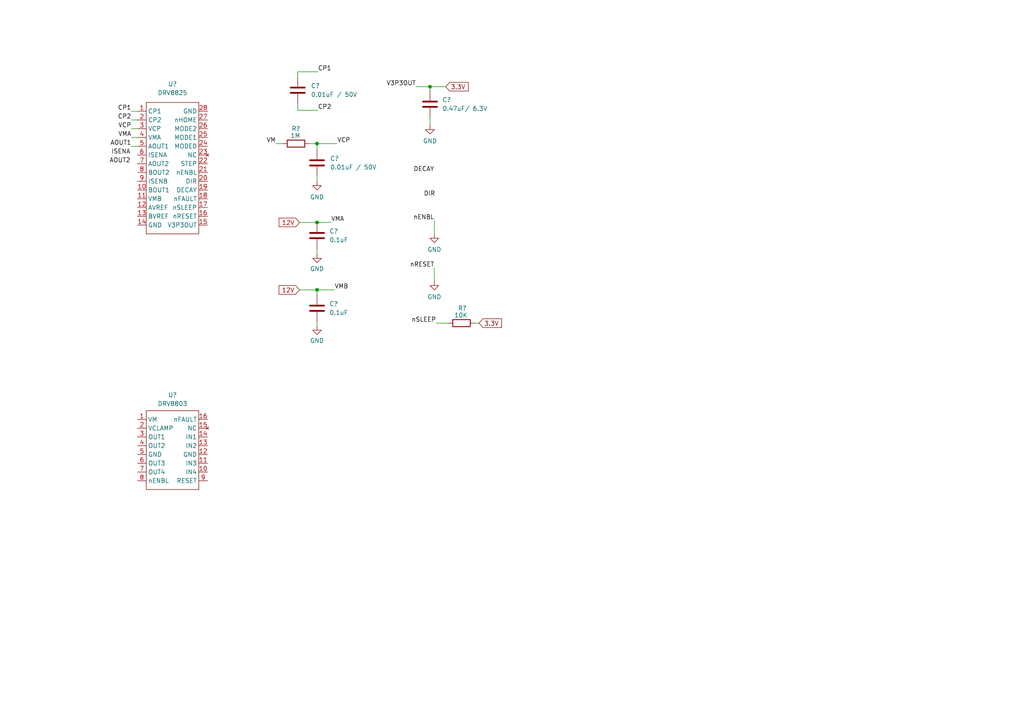
<source format=kicad_sch>
(kicad_sch (version 20211123) (generator eeschema)
  (paper "A4")
  (lib_symbols
    (symbol "DRV8825_1"
      (property "Reference" "U" (at 0 22.86 0))
      (property "Value" "DRV8825_1" (at 0 20.32 0))
      (symbol "DRV8825_1_0_1"
        (rectangle (start -7.62 17.78) (end 7.62 -20.32))
      )
      (symbol "DRV8825_1_1_1"
        (pin bidirectional line (at -10.16 15.24 0) (length 2.54) (name "CP1") (number "1"))
        (pin output line (at -10.16 -7.62 0) (length 2.54) (name "BOUT1") (number "10"))
        (pin bidirectional line (at -10.16 -10.16 0) (length 2.54) (name "VMB") (number "11"))
        (pin input line (at -10.16 -12.7 0) (length 2.54) (name "AVREF") (number "12"))
        (pin input line (at -10.16 -15.24 0) (length 2.54) (name "BVREF") (number "13"))
        (pin bidirectional line (at -10.16 -17.78 0) (length 2.54) (name "GND") (number "14"))
        (pin output line (at 10.16 -17.78 180) (length 2.54) (name "V3P3OUT") (number "15"))
        (pin input line (at 10.16 -15.24 180) (length 2.54) (name "nRESET") (number "16"))
        (pin input line (at 10.16 -12.7 180) (length 2.54) (name "nSLEEP") (number "17"))
        (pin input line (at 10.16 -10.16 180) (length 2.54) (name "nFAULT") (number "18"))
        (pin input line (at 10.16 -7.62 180) (length 2.54) (name "DECAY") (number "19"))
        (pin bidirectional line (at -10.16 12.7 0) (length 2.54) (name "CP2") (number "2"))
        (pin input line (at 10.16 -5.08 180) (length 2.54) (name "DIR") (number "20"))
        (pin input line (at 10.16 -2.54 180) (length 2.54) (name "nENBL") (number "21"))
        (pin bidirectional line (at 10.16 0 180) (length 2.54) (name "STEP") (number "22"))
        (pin no_connect line (at 10.16 2.54 180) (length 2.54) (name "NC") (number "23"))
        (pin input line (at 10.16 5.08 180) (length 2.54) (name "MODE0") (number "24"))
        (pin input line (at 10.16 7.62 180) (length 2.54) (name "MODE1") (number "25"))
        (pin input line (at 10.16 10.16 180) (length 2.54) (name "MODE2") (number "26"))
        (pin free line (at 10.16 12.7 180) (length 2.54) (name "nHOME") (number "27"))
        (pin bidirectional line (at 10.16 15.24 180) (length 2.54) (name "GND") (number "28"))
        (pin bidirectional line (at -10.16 10.16 0) (length 2.54) (name "VCP") (number "3"))
        (pin bidirectional line (at -10.16 7.62 0) (length 2.54) (name "VMA") (number "4"))
        (pin output line (at -10.16 5.08 0) (length 2.54) (name "AOUT1") (number "5"))
        (pin output line (at -10.16 2.54 0) (length 2.54) (name "ISENA") (number "6"))
        (pin output line (at -10.16 0 0) (length 2.54) (name "AOUT2") (number "7"))
        (pin output line (at -10.16 -2.54 0) (length 2.54) (name "BOUT2") (number "8"))
        (pin output line (at -10.16 -5.08 0) (length 2.54) (name "ISENB") (number "9"))
      )
    )
    (symbol "Device:C" (pin_numbers hide) (pin_names (offset 0.254))
      (property "Reference" "C" (at 0.635 2.54 0))
      (property "Value" "C" (at 0.635 -2.54 0))
      (symbol "C_0_1"
        (polyline (pts (xy -2.032 -0.762) (xy 2.032 -0.762)) (stroke (width 0.508)))
        (polyline (pts (xy -2.032 0.762) (xy 2.032 0.762)) (stroke (width 0.508)))
      )
      (symbol "C_1_1"
        (pin passive line (at 0 3.81 270) (length 2.794) (name "~") (number "1"))
        (pin passive line (at 0 -3.81 90) (length 2.794) (name "~") (number "2"))
      )
    )
    (symbol "Device:R" (pin_numbers hide) (pin_names (offset 0))
      (property "Reference" "R" (at 2.032 0 90))
      (property "Value" "R" (at 0 0 90))
      (symbol "R_0_1"
        (rectangle (start -1.016 -2.54) (end 1.016 2.54) (stroke (width 0.254)))
      )
      (symbol "R_1_1"
        (pin passive line (at 0 3.81 270) (length 1.27) (name "~") (number "1"))
        (pin passive line (at 0 -3.81 90) (length 1.27) (name "~") (number "2"))
      )
    )
    (symbol "Motor Driver P2:DRV8803"
      (property "Reference" "U?" (at 0 16.256 0))
      (property "Value" "DRV8803" (at 0 13.716 0))
      (symbol "DRV8803_0_1"
        (rectangle (start -7.62 11.43) (end 7.62 -11.43))
      )
      (symbol "DRV8803_1_1"
        (pin power_in line (at -10.16 8.89 0) (length 2.54) (name "VM") (number "1"))
        (pin input line (at 10.16 -6.35 180) (length 2.54) (name "IN4") (number "10"))
        (pin input line (at 10.16 -3.81 180) (length 2.54) (name "IN3") (number "11"))
        (pin bidirectional line (at 10.16 -1.27 180) (length 2.54) (name "GND") (number "12"))
        (pin input line (at 10.16 1.27 180) (length 2.54) (name "IN2") (number "13"))
        (pin input line (at 10.16 3.81 180) (length 2.54) (name "IN1") (number "14"))
        (pin no_connect line (at 10.16 6.35 180) (length 2.54) (name "NC") (number "15"))
        (pin free line (at 10.16 8.89 180) (length 2.54) (name "nFAULT") (number "16"))
        (pin output line (at -10.16 6.35 0) (length 2.54) (name "VCLAMP") (number "2"))
        (pin output line (at -10.16 3.81 0) (length 2.54) (name "OUT1") (number "3"))
        (pin output line (at -10.16 1.27 0) (length 2.54) (name "OUT2") (number "4"))
        (pin bidirectional line (at -10.16 -1.27 0) (length 2.54) (name "GND") (number "5"))
        (pin output line (at -10.16 -3.81 0) (length 2.54) (name "OUT3") (number "6"))
        (pin output line (at -10.16 -6.35 0) (length 2.54) (name "OUT4") (number "7"))
        (pin input line (at -10.16 -8.89 0) (length 2.54) (name "nENBL") (number "8"))
        (pin input line (at 10.16 -8.89 180) (length 2.54) (name "RESET") (number "9"))
      )
    )
    (symbol "power:GND" (power) (pin_names (offset 0))
      (property "Value" "GND" (at 0 -3.81 0))
      (symbol "GND_0_1"
        (polyline (pts (xy 0 0) (xy 0 -1.27) (xy 1.27 -1.27) (xy 0 -2.54) (xy -1.27 -1.27) (xy 0 -1.27)))
      )
      (symbol "GND_1_1"
        (pin power_in line (at 0 0 270) (length 0) hide (name "GND") (number "1"))
      )
    )
  )
  (junction (at 91.948 41.656))
  (junction (at 124.714 25.146))
  (junction (at 91.948 84.074))
  (junction (at 91.948 64.516))
  (wire (pts (xy 89.662 41.656) (xy 91.948 41.656)))
  (wire (pts (xy 125.984 77.724) (xy 125.984 81.534)))
  (wire (pts (xy 86.36 32.004) (xy 86.36 29.972)))
  (wire (pts (xy 92.202 20.828) (xy 86.36 20.828)))
  (wire (pts (xy 91.948 51.054) (xy 91.948 52.578)))
  (wire (pts (xy 86.36 32.004) (xy 92.202 32.004)))
  (wire (pts (xy 124.714 25.146) (xy 120.65 25.146)))
  (wire (pts (xy 91.948 84.074) (xy 97.028 84.074)))
  (wire (pts (xy 38.1 34.798) (xy 39.878 34.798)))
  (wire (pts (xy 38.1 42.418) (xy 39.878 42.418)))
  (wire (pts (xy 91.948 84.074) (xy 91.948 85.598)))
  (wire (pts (xy 126.492 93.726) (xy 130.048 93.726)))
  (wire (pts (xy 137.668 93.726) (xy 138.938 93.726)))
  (wire (pts (xy 91.948 93.218) (xy 91.948 94.488)))
  (wire (pts (xy 91.948 64.516) (xy 96.012 64.516)))
  (wire (pts (xy 124.714 25.146) (xy 129.286 25.146)))
  (wire (pts (xy 91.948 72.136) (xy 91.948 73.66)))
  (wire (pts (xy 125.984 64.008) (xy 125.984 67.818)))
  (wire (pts (xy 91.948 41.656) (xy 97.79 41.656)))
  (wire (pts (xy 38.1 37.338) (xy 39.878 37.338)))
  (wire (pts (xy 124.714 34.036) (xy 124.714 36.322)))
  (wire (pts (xy 80.01 41.656) (xy 82.042 41.656)))
  (wire (pts (xy 91.948 43.434) (xy 91.948 41.656)))
  (wire (pts (xy 124.714 26.416) (xy 124.714 25.146)))
  (wire (pts (xy 86.36 20.828) (xy 86.36 22.352)))
  (wire (pts (xy 86.868 64.516) (xy 91.948 64.516)))
  (wire (pts (xy 86.868 84.074) (xy 91.948 84.074)))
  (wire (pts (xy 38.1 39.878) (xy 39.878 39.878)))
  (wire (pts (xy 38.1 32.258) (xy 39.878 32.258)))
  (label "VMA" (at 38.1 39.878 180))
  (label "VCP" (at 38.1 37.338 180))
  (label "CP2" (at 38.1 34.798 180))
  (label "AOUT1" (at 38.1 42.418 180))
  (label "CP1" (at 92.202 20.828 0))
  (label "DECAY" (at 125.984 50.038 180))
  (label "CP1" (at 38.1 32.258 180))
  (label "VMA" (at 96.012 64.516 0))
  (label "VMB" (at 97.028 84.074 0))
  (label "CP2" (at 92.202 32.004 0))
  (label "VCP" (at 97.79 41.656 0))
  (label "nENBL" (at 125.984 64.008 180))
  (label "nRESET" (at 125.984 77.724 180))
  (label "V3P3OUT" (at 120.65 25.146 180))
  (label "VM" (at 80.01 41.656 180))
  (label "DIR" (at 126.238 57.15 180))
  (label "nSLEEP" (at 126.492 93.726 180))
  (label "AOUT2" (at 37.846 47.498 180))
  (label "ISENA" (at 37.846 44.958 180))
  (global_label "12V" (shape input) (at 86.868 64.516 180) (property "Intersheet References" "${INTERSHEET_REFS}" (effects hide)))
  (global_label "12V" (shape input) (at 86.868 84.074 180) (property "Intersheet References" "${INTERSHEET_REFS}" (effects hide)))
  (global_label "3.3V" (shape input) (at 138.938 93.726 0) (property "Intersheet References" "${INTERSHEET_REFS}" (effects hide)))
  (global_label "3.3V" (shape input) (at 129.286 25.146 0) (property "Intersheet References" "${INTERSHEET_REFS}" (effects hide)))
  (symbol (lib_id "Device:R") (at 85.852 41.656 90) (unit 1)
    (property "Reference" "R?" (at 87.122 37.338 90) (effects (justify left)))
    (property "Value" "1M" (at 87.122 39.37 90) (effects (justify left)))
  )
  (symbol (lib_id "Device:C") (at 91.948 68.326 0) (unit 1)
    (property "Reference" "C?" (at 95.504 67.0559 0) (effects (justify left)))
    (property "Value" "0.1uF" (at 95.504 69.5959 0) (effects (justify left)))
  )
  (symbol (lib_id "Device:C") (at 86.36 26.162 0) (unit 1)
    (property "Reference" "C?" (at 90.17 24.8919 0) (effects (justify left)))
    (property "Value" "0.01uF / 50V" (at 90.17 27.4319 0) (effects (justify left)))
  )
  (symbol (lib_id "power:GND") (at 124.714 36.322 0) (unit 1)
    (property "Reference" "#PWR?" (effects hide))
    (property "Value" "GND" (at 124.714 40.894 0))
  )
  (symbol (lib_id "Device:C") (at 124.714 30.226 0) (unit 1)
    (property "Reference" "C?" (at 128.27 28.9559 0) (effects (justify left)))
    (property "Value" "0.47uF/ 6.3V" (at 128.27 31.4959 0) (effects (justify left)))
  )
  (symbol (lib_id "power:GND") (at 125.984 67.818 0) (unit 1)
    (property "Reference" "#PWR?" (effects hide))
    (property "Value" "GND" (at 125.984 72.39 0))
  )
  (symbol (lib_name "DRV8825_1") (lib_id "Motor Driver P2:DRV8825") (at 50.038 47.498 0) (unit 1)
    (property "Reference" "U?" (at 50.038 24.384 0))
    (property "Value" "DRV8825" (at 50.038 26.924 0))
  )
  (symbol (lib_id "power:GND") (at 91.948 73.66 0) (unit 1)
    (property "Reference" "#PWR?" (effects hide))
    (property "Value" "GND" (at 91.948 77.978 0))
  )
  (symbol (lib_id "power:GND") (at 91.948 52.578 0) (unit 1)
    (property "Reference" "#PWR?" (effects hide))
    (property "Value" "GND" (at 91.948 57.15 0))
  )
  (symbol (lib_id "power:GND") (at 91.948 94.488 0) (unit 1)
    (property "Reference" "#PWR?" (effects hide))
    (property "Value" "GND" (at 91.948 98.806 0))
  )
  (symbol (lib_id "Device:R") (at 133.858 93.726 90) (unit 1)
    (property "Reference" "R?" (at 135.382 89.408 90) (effects (justify left)))
    (property "Value" "10K" (at 135.636 91.44 90) (effects (justify left)))
  )
  (symbol (lib_id "power:GND") (at 125.984 81.534 0) (unit 1)
    (property "Reference" "#PWR?" (effects hide))
    (property "Value" "GND" (at 125.984 86.106 0))
  )
  (symbol (lib_id "Device:C") (at 91.948 89.408 0) (unit 1)
    (property "Reference" "C?" (at 95.504 88.1379 0) (effects (justify left)))
    (property "Value" "0.1uF" (at 95.504 90.6779 0) (effects (justify left)))
  )
  (symbol (lib_id "Motor Driver P2:DRV8803") (at 50.038 130.556 0) (unit 1)
    (property "Reference" "U?" (at 50.038 114.554 0))
    (property "Value" "DRV8803" (at 50.038 117.094 0))
  )
  (symbol (lib_id "Device:C") (at 91.948 47.244 0) (unit 1)
    (property "Reference" "C?" (at 95.758 45.9739 0) (effects (justify left)))
    (property "Value" "0.01uF / 50V" (at 95.758 48.5139 0) (effects (justify left)))
  )
)
</source>
